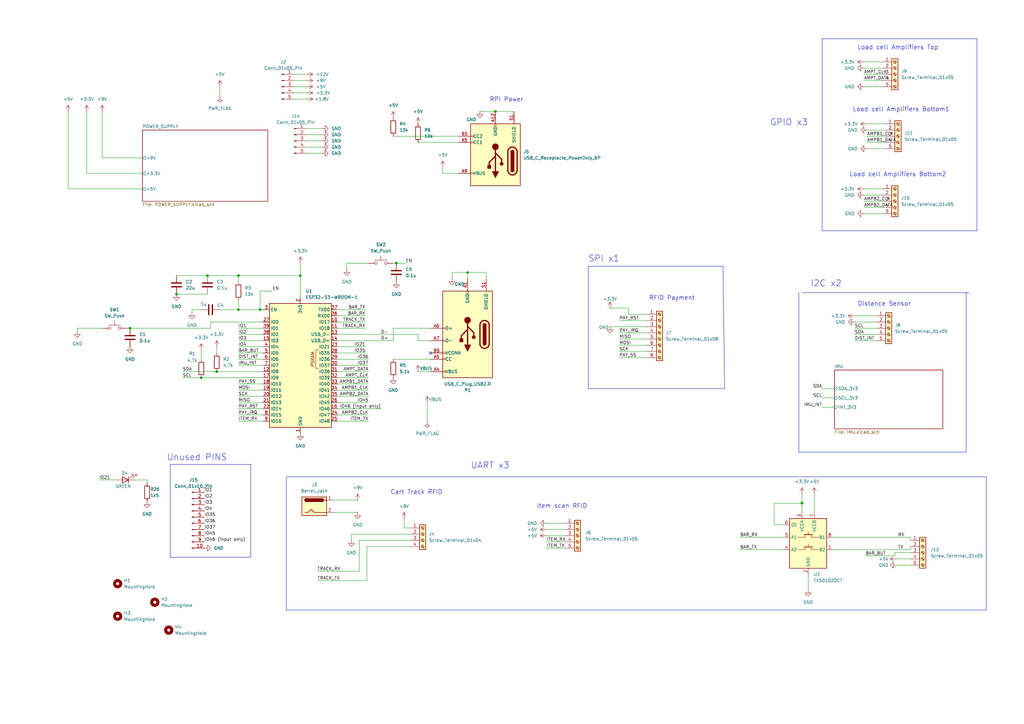
<source format=kicad_sch>
(kicad_sch (version 20250114) (generator "eeschema") (generator_version "9.0")
  (paper "A3")
  (text "Item scan RFID" (at 230.505 207.645 0) (effects (font (size 1.778 1.778))))
  (text "Unused PINS" (at 80.772 187.706 0) (effects (font (size 2.54 2.54))))
  (text "Load cell Amplifiers Bottom2" (at 368.3 71.628 0) (effects (font (size 1.778 1.778))))
  (text "RFID Payment" (at 275.59 122.301 0) (effects (font (size 1.778 1.778))))
  (text "Cart Track RFID" (at 170.815 201.93 0) (effects (font (size 1.778 1.778))))
  (text "Distance Sensor" (at 362.712 124.714 0) (effects (font (size 1.778 1.778))))
  (text "SPI x1" (at 247.65 106.172 0) (effects (font (size 2.54 2.54))))
  (text "Load cell Amplifiers Bottom1" (at 369.57 44.958 0) (effects (font (size 1.778 1.778))))
  (text "UART x3" (at 201.041 191.008 0) (effects (font (size 2.54 2.54))))
  (text "I tried using default esp32 communication pins for everything, but apparently all the pins can be proogrammed to be whatever? Might have to double check but fairly confident should work. \nTODO: \n1. implement RFID customer tracking\n2. find a footprint for everything" (at 210.566 -22.352 0) (effects (font (size 5.08 5.08))))
  (text "Load cell Amplifiers Top" (at 368.3 19.558 0) (effects (font (size 1.778 1.778))))
  (text "GPIO x3" (at 323.596 50.292 0) (effects (font (size 2.54 2.54))))
  (text "RPI Power" (at 207.772 40.894 0) (effects (font (size 1.778 1.778))))
  (text "I2C x2" (at 338.836 116.332 0) (effects (font (size 2.54 2.54))))
  (junction (at 72.39 120.65))
  (junction (at 123.19 113.03))
  (junction (at 203.2 45.72))
  (junction (at 97.79 127))
  (junction (at 82.55 154.94))
  (junction (at 106.68 127))
  (junction (at 191.77 111.76))
  (junction (at 328.93 206.375))
  (junction (at 97.79 113.03))
  (junction (at 88.9 152.4))
  (junction (at 53.34 134.62))
  (junction (at 162.56 107.95))
  (junction (at 85.09 113.03))
  (no_connect (at 176.53 144.78))
  (wire (pts (xy 106.68 119.38) (xy 111.76 119.38)))
  (polyline (pts (xy 102.87 190.5) (xy 69.85 190.5)))
  (wire (pts (xy 303.53 225.425) (xy 321.31 225.425)))
  (polyline (pts (xy 102.87 228.6) (xy 102.87 190.5)))
  (wire (pts (xy 254 136.525) (xy 265.43 136.525)))
  (wire (pts (xy 97.79 137.16) (xy 107.95 137.16)))
  (wire (pts (xy 254 146.685) (xy 265.43 146.685)))
  (wire (pts (xy 354.33 35.56) (xy 361.95 35.56)))
  (wire (pts (xy 58.42 77.47) (xy 27.94 77.47)))
  (wire (pts (xy 161.29 134.62) (xy 161.29 139.7)))
  (wire (pts (xy 161.29 107.95) (xy 162.56 107.95)))
  (wire (pts (xy 86.36 132.08) (xy 107.95 132.08)))
  (wire (pts (xy 367.665 231.775) (xy 373.38 231.775)))
  (polyline (pts (xy 297.18 158.75) (xy 296.545 109.22)))
  (wire (pts (xy 97.79 149.86) (xy 107.95 149.86)))
  (wire (pts (xy 35.56 45.72) (xy 35.56 71.12)))
  (wire (pts (xy 317.5 215.265) (xy 317.5 206.375)))
  (wire (pts (xy 151.13 107.95) (xy 142.24 107.95)))
  (wire (pts (xy 334.01 202.565) (xy 334.01 210.185)))
  (wire (pts (xy 136.525 205.105) (xy 146.685 205.105)))
  (polyline (pts (xy 337.185 94.615) (xy 400.685 94.615)))
  (wire (pts (xy 354.33 82.55) (xy 361.95 82.55)))
  (wire (pts (xy 165.735 212.725) (xy 165.735 216.535)))
  (wire (pts (xy 171.45 58.42) (xy 187.96 58.42)))
  (wire (pts (xy 97.79 144.78) (xy 107.95 144.78)))
  (wire (pts (xy 254 141.605) (xy 265.43 141.605)))
  (wire (pts (xy 138.43 167.64) (xy 156.21 167.64)))
  (wire (pts (xy 120.65 30.48) (xy 125.73 30.48)))
  (wire (pts (xy 97.79 113.03) (xy 97.79 115.57)))
  (wire (pts (xy 367.665 229.235) (xy 373.38 229.235)))
  (wire (pts (xy 27.94 77.47) (xy 27.94 45.72)))
  (wire (pts (xy 354.33 77.47) (xy 361.95 77.47)))
  (wire (pts (xy 257.81 126.365) (xy 250.19 126.365)))
  (wire (pts (xy 123.19 107.95) (xy 123.19 113.03)))
  (wire (pts (xy 82.55 127) (xy 78.74 127)))
  (wire (pts (xy 150.495 224.155) (xy 150.495 238.125)))
  (wire (pts (xy 224.155 222.25) (xy 231.775 222.25)))
  (wire (pts (xy 142.24 107.95) (xy 142.24 110.49)))
  (wire (pts (xy 138.43 127) (xy 149.86 127)))
  (wire (pts (xy 181.61 68.58) (xy 181.61 71.12)))
  (wire (pts (xy 107.95 139.7) (xy 97.79 139.7)))
  (wire (pts (xy 82.55 143.51) (xy 82.55 147.32)))
  (wire (pts (xy 350.52 134.62) (xy 359.41 134.62)))
  (polyline (pts (xy 400.685 94.615) (xy 400.685 15.875)))
  (wire (pts (xy 138.43 154.94) (xy 151.13 154.94)))
  (wire (pts (xy 317.5 206.375) (xy 328.93 206.375)))
  (polyline (pts (xy 241.3 109.22) (xy 241.3 159.385)))
  (wire (pts (xy 171.45 139.7) (xy 176.53 139.7)))
  (wire (pts (xy 97.79 162.56) (xy 107.95 162.56)))
  (wire (pts (xy 138.43 144.78) (xy 149.86 144.78)))
  (wire (pts (xy 355.6 53.34) (xy 363.22 53.34)))
  (polyline (pts (xy 69.85 190.5) (xy 69.85 193.04)))
  (wire (pts (xy 130.175 234.315) (xy 147.32 234.315)))
  (wire (pts (xy 138.43 152.4) (xy 151.13 152.4)))
  (wire (pts (xy 250.19 133.985) (xy 265.43 133.985)))
  (wire (pts (xy 161.29 147.32) (xy 176.53 147.32)))
  (wire (pts (xy 185.42 114.3) (xy 185.42 111.76)))
  (wire (pts (xy 125.73 62.865) (xy 132.08 62.865)))
  (wire (pts (xy 350.52 137.16) (xy 359.41 137.16)))
  (wire (pts (xy 168.275 219.075) (xy 144.145 219.075)))
  (wire (pts (xy 328.93 206.375) (xy 328.93 210.185)))
  (wire (pts (xy 125.73 55.245) (xy 132.08 55.245)))
  (wire (pts (xy 41.91 45.72) (xy 41.91 64.77)))
  (wire (pts (xy 97.79 170.18) (xy 107.95 170.18)))
  (wire (pts (xy 254 139.065) (xy 265.43 139.065)))
  (wire (pts (xy 138.43 172.72) (xy 151.13 172.72)))
  (polyline (pts (xy 404.495 195.58) (xy 404.495 250.19)))
  (wire (pts (xy 97.79 134.62) (xy 107.95 134.62)))
  (polyline (pts (xy 149.225 195.58) (xy 404.495 195.58)))
  (wire (pts (xy 257.81 128.905) (xy 257.81 126.365)))
  (wire (pts (xy 350.52 139.7) (xy 359.41 139.7)))
  (wire (pts (xy 138.43 142.24) (xy 149.86 142.24)))
  (wire (pts (xy 373.38 225.425) (xy 373.38 224.155)))
  (wire (pts (xy 41.91 134.62) (xy 31.75 134.62)))
  (wire (pts (xy 90.17 35.56) (xy 90.17 39.37)))
  (polyline (pts (xy 117.475 195.58) (xy 149.225 195.58)))
  (wire (pts (xy 120.65 35.56) (xy 125.73 35.56)))
  (wire (pts (xy 138.43 147.32) (xy 151.13 147.32)))
  (wire (pts (xy 354.33 30.48) (xy 361.95 30.48)))
  (wire (pts (xy 138.43 149.86) (xy 151.13 149.86)))
  (wire (pts (xy 97.79 160.02) (xy 107.95 160.02)))
  (wire (pts (xy 187.96 71.12) (xy 181.61 71.12)))
  (wire (pts (xy 337.185 159.385) (xy 342.265 159.385)))
  (polyline (pts (xy 241.3 159.385) (xy 297.18 159.385)))
  (wire (pts (xy 254 144.145) (xy 265.43 144.145)))
  (wire (pts (xy 138.43 160.02) (xy 151.13 160.02)))
  (wire (pts (xy 354.33 87.63) (xy 361.95 87.63)))
  (wire (pts (xy 224.155 219.71) (xy 231.775 219.71)))
  (wire (pts (xy 257.81 128.905) (xy 265.43 128.905)))
  (wire (pts (xy 97.79 123.19) (xy 97.79 127)))
  (wire (pts (xy 138.43 134.62) (xy 149.86 134.62)))
  (wire (pts (xy 106.68 127) (xy 107.95 127)))
  (wire (pts (xy 85.09 113.03) (xy 97.79 113.03)))
  (wire (pts (xy 150.495 224.155) (xy 168.275 224.155)))
  (wire (pts (xy 60.325 196.85) (xy 60.325 198.12)))
  (wire (pts (xy 168.275 216.535) (xy 165.735 216.535)))
  (wire (pts (xy 367.03 226.695) (xy 367.03 227.965)))
  (wire (pts (xy 171.45 137.16) (xy 171.45 139.7)))
  (wire (pts (xy 120.65 38.1) (xy 125.73 38.1)))
  (wire (pts (xy 185.42 111.76) (xy 191.77 111.76)))
  (wire (pts (xy 31.75 134.62) (xy 31.75 135.89)))
  (wire (pts (xy 82.55 154.94) (xy 107.95 154.94)))
  (wire (pts (xy 355.6 55.88) (xy 363.22 55.88)))
  (wire (pts (xy 97.79 127) (xy 106.68 127)))
  (wire (pts (xy 120.65 33.02) (xy 125.73 33.02)))
  (wire (pts (xy 86.36 134.62) (xy 86.36 132.08)))
  (wire (pts (xy 55.245 196.85) (xy 60.325 196.85)))
  (wire (pts (xy 125.73 52.705) (xy 132.08 52.705)))
  (polyline (pts (xy 117.475 250.19) (xy 117.475 195.58)))
  (wire (pts (xy 354.33 85.09) (xy 361.95 85.09)))
  (wire (pts (xy 176.53 152.4) (xy 171.45 152.4)))
  (wire (pts (xy 191.77 111.76) (xy 199.39 111.76)))
  (wire (pts (xy 331.47 235.585) (xy 331.47 241.935)))
  (wire (pts (xy 97.79 172.72) (xy 107.95 172.72)))
  (polyline (pts (xy 396.24 185.42) (xy 396.24 120.015)))
  (polyline (pts (xy 69.85 228.6) (xy 102.87 228.6)))
  (wire (pts (xy 350.52 132.08) (xy 359.41 132.08)))
  (polyline (pts (xy 69.85 193.04) (xy 69.85 228.6)))
  (wire (pts (xy 354.33 25.4) (xy 361.95 25.4)))
  (wire (pts (xy 138.43 165.1) (xy 151.13 165.1)))
  (wire (pts (xy 40.64 196.85) (xy 47.625 196.85)))
  (wire (pts (xy 354.33 33.02) (xy 361.95 33.02)))
  (wire (pts (xy 58.42 64.77) (xy 41.91 64.77)))
  (wire (pts (xy 35.56 71.12) (xy 58.42 71.12)))
  (polyline (pts (xy 327.66 120.015) (xy 327.66 185.42)))
  (wire (pts (xy 321.31 215.265) (xy 317.5 215.265)))
  (wire (pts (xy 97.79 113.03) (xy 123.19 113.03)))
  (wire (pts (xy 136.525 210.185) (xy 146.685 210.185)))
  (wire (pts (xy 138.43 162.56) (xy 151.13 162.56)))
  (wire (pts (xy 97.79 147.32) (xy 107.95 147.32)))
  (wire (pts (xy 373.38 220.345) (xy 373.38 221.615)))
  (wire (pts (xy 328.93 202.565) (xy 328.93 206.375)))
  (wire (pts (xy 106.68 127) (xy 106.68 119.38)))
  (polyline (pts (xy 337.185 15.875) (xy 337.185 94.615)))
  (wire (pts (xy 254 131.445) (xy 265.43 131.445)))
  (wire (pts (xy 354.33 27.94) (xy 361.95 27.94)))
  (wire (pts (xy 125.73 60.325) (xy 132.08 60.325)))
  (wire (pts (xy 373.38 226.695) (xy 367.03 226.695)))
  (polyline (pts (xy 328.93 120.015) (xy 397.51 120.015)))
  (wire (pts (xy 203.2 45.72) (xy 210.82 45.72)))
  (wire (pts (xy 138.43 132.08) (xy 149.86 132.08)))
  (wire (pts (xy 72.39 120.65) (xy 85.09 120.65)))
  (wire (pts (xy 355.6 60.96) (xy 363.22 60.96)))
  (wire (pts (xy 162.56 107.95) (xy 166.37 107.95)))
  (wire (pts (xy 196.85 45.72) (xy 203.2 45.72)))
  (polyline (pts (xy 337.185 15.875) (xy 400.685 15.875)))
  (polyline (pts (xy 404.495 250.19) (xy 117.475 250.19)))
  (wire (pts (xy 138.43 139.7) (xy 161.29 139.7)))
  (wire (pts (xy 337.185 163.195) (xy 342.265 163.195)))
  (wire (pts (xy 341.63 225.425) (xy 373.38 225.425)))
  (wire (pts (xy 52.07 134.62) (xy 53.34 134.62)))
  (wire (pts (xy 354.965 227.965) (xy 367.03 227.965)))
  (wire (pts (xy 341.63 220.345) (xy 373.38 220.345)))
  (wire (pts (xy 191.77 111.76) (xy 191.77 114.3)))
  (wire (pts (xy 97.79 157.48) (xy 107.95 157.48)))
  (wire (pts (xy 74.93 152.4) (xy 88.9 152.4)))
  (wire (pts (xy 147.32 221.615) (xy 168.275 221.615)))
  (wire (pts (xy 125.73 57.785) (xy 132.08 57.785)))
  (wire (pts (xy 199.39 111.76) (xy 199.39 114.3)))
  (wire (pts (xy 224.155 224.79) (xy 231.775 224.79)))
  (wire (pts (xy 355.6 58.42) (xy 363.22 58.42)))
  (wire (pts (xy 354.33 80.01) (xy 361.95 80.01)))
  (wire (pts (xy 350.52 129.54) (xy 359.41 129.54)))
  (wire (pts (xy 303.53 220.345) (xy 321.31 220.345)))
  (wire (pts (xy 224.155 217.17) (xy 231.775 217.17)))
  (wire (pts (xy 97.79 142.24) (xy 107.95 142.24)))
  (wire (pts (xy 123.19 113.03) (xy 123.19 121.92)))
  (wire (pts (xy 144.145 219.075) (xy 144.145 221.615)))
  (wire (pts (xy 97.79 167.64) (xy 107.95 167.64)))
  (wire (pts (xy 161.29 55.88) (xy 187.96 55.88)))
  (wire (pts (xy 72.39 113.03) (xy 85.09 113.03)))
  (wire (pts (xy 176.53 134.62) (xy 161.29 134.62)))
  (wire (pts (xy 138.43 129.54) (xy 149.86 129.54)))
  (wire (pts (xy 138.43 170.18) (xy 151.13 170.18)))
  (wire (pts (xy 138.43 137.16) (xy 171.45 137.16)))
  (wire (pts (xy 120.65 40.64) (xy 125.73 40.64)))
  (wire (pts (xy 224.155 214.63) (xy 231.775 214.63)))
  (wire (pts (xy 138.43 157.48) (xy 151.13 157.48)))
  (wire (pts (xy 78.74 127) (xy 78.74 128.27)))
  (wire (pts (xy 147.32 234.315) (xy 147.32 221.615)))
  (wire (pts (xy 97.79 165.1) (xy 107.95 165.1)))
  (wire (pts (xy 337.185 167.005) (xy 342.265 167.005)))
  (polyline (pts (xy 297.18 159.385) (xy 297.18 158.75)))
  (polyline (pts (xy 327.66 185.42) (xy 396.24 185.42)))
  (wire (pts (xy 88.9 142.24) (xy 88.9 144.78)))
  (wire (pts (xy 355.6 50.8) (xy 363.22 50.8)))
  (polyline (pts (xy 241.3 109.22) (xy 296.545 109.22)))
  (wire (pts (xy 175.26 165.1) (xy 175.26 172.72)))
  (wire (pts (xy 90.17 127) (xy 97.79 127)))
  (wire (pts (xy 53.34 134.62) (xy 86.36 134.62)))
  (wire (pts (xy 74.93 154.94) (xy 82.55 154.94)))
  (wire (pts (xy 88.9 152.4) (xy 107.95 152.4)))
  (wire (pts (xy 130.175 238.125) (xy 150.495 238.125)))
  (label "AMPB2_CLK" (at 151.13 170.18 180))
  (label "EN" (at 166.37 107.95 0))
  (label "AMPB1_CLK" (at 151.13 160.02 180))
  (label "IO21" (at 149.86 142.24 180))
  (label "IO46 (input only)" (at 83.82 222.25 0))
  (label "AMPB2_CLK" (at 354.33 82.55 0))
  (label "AMPB2_DATA" (at 151.13 162.56 180))
  (label "IO36" (at 83.82 214.63 0))
  (label "AMPB1_DATA" (at 355.6 58.42 0))
  (label "IO35" (at 83.82 212.09 0))
  (label "IO2" (at 83.82 204.47 0))
  (label "IO36" (at 151.13 147.32 180))
  (label "BAR_RX" (at 149.86 129.54 180))
  (label "IO4" (at 83.82 209.55 0))
  (label "SDA" (at 74.93 152.4 0))
  (label "AMPT_CLK" (at 354.33 30.48 0))
  (label "IO37" (at 83.82 217.17 0))
  (label "TRACK_RX" (at 149.86 134.62 180))
  (label "ITEM_TX" (at 151.13 172.72 180))
  (label "AMPB1_DATA" (at 151.13 157.48 180))
  (label "SCK" (at 254 144.145 0))
  (label "SDA" (at 350.52 137.16 0))
  (label "EN" (at 111.76 119.38 0))
  (label "PAY_IRQ" (at 254 136.525 0))
  (label "IO35" (at 149.86 144.78 180))
  (label "IO1" (at 97.79 134.62 0))
  (label "IO45" (at 83.82 219.71 0))
  (label "IO3" (at 97.79 139.7 0))
  (label "TX" (at 368.2008 225.425 0))
  (label "D+" (at 156.21 139.7 0))
  (label "SCL" (at 350.52 134.62 0))
  (label "BAR_BUT" (at 354.965 227.965 0))
  (label "BAR_BUT" (at 97.79 144.78 0))
  (label "MOSI" (at 97.79 160.02 0))
  (label "IO1" (at 83.82 201.93 0))
  (label "BAR_RX" (at 303.53 220.345 0))
  (label "BAR_TX" (at 149.86 127 180))
  (label "BAR_TX" (at 303.53 225.425 0))
  (label "DIST_INT" (at 350.52 139.7 0))
  (label "TRACK_RX" (at 130.175 234.315 0))
  (label "AMPB1_CLK" (at 355.6 55.88 0))
  (label "ITEM_TX" (at 224.155 224.79 0))
  (label "SCL" (at 74.93 154.94 0))
  (label "AMPT_DATA" (at 354.33 33.02 0))
  (label "IO21" (at 40.64 196.85 0))
  (label "IO37" (at 151.13 149.86 180))
  (label "AMPT_DATA" (at 151.13 152.4 180))
  (label "PAY_RST" (at 97.79 167.64 0))
  (label "PAY_SS" (at 97.79 157.48 0))
  (label "MOSI" (at 254 141.605 0))
  (label "TRACK_TX" (at 130.175 238.125 0))
  (label "TRACK_TX" (at 149.86 132.08 180))
  (label "ITEM_RX" (at 97.79 172.72 0))
  (label "IO45" (at 151.13 165.1 180))
  (label "SDA" (at 337.185 159.385 180))
  (label "RX" (at 368.3 220.345 0))
  (label "D-" (at 156.21 137.16 0))
  (label "DIST_INT" (at 97.79 147.32 0))
  (label "MISO" (at 254 139.065 0))
  (label "IO3" (at 83.82 207.01 0))
  (label "SCL" (at 337.185 163.195 180))
  (label "IMU_INT" (at 337.185 167.005 180))
  (label "IO2" (at 97.79 137.16 0))
  (label "PAY_RST" (at 254 131.445 0))
  (label "PAY_SS" (at 254 146.685 0))
  (label "MISO" (at 97.79 165.1 0))
  (label "AMPB2_DATA" (at 354.33 85.09 0))
  (label "IO46 (input only)" (at 156.21 167.64 180))
  (label "IO4" (at 97.79 142.24 0))
  (label "ITEM_RX" (at 224.155 222.25 0))
  (label "AMPT_CLK" (at 151.13 154.94 180))
  (label "SCK" (at 97.79 162.56 0))
  (label "IMU_INT" (at 97.79 149.86 0))
  (label "PAY_IRQ" (at 97.79 170.18 0))
  (symbol (lib_id "power:+12V") (at 125.73 30.48 270) (unit 1)
    (property "Reference" "#PWR013" (effects (hide yes)))
    (property "Value" "+12V" (at 129.54 30.4799 90) (effects (justify left)))
    (property "Description" "Power symbol creates a global label with name \"+12V\"" (effects (hide yes)))
  )
  (symbol (lib_id "Connector:Barrel_Jack") (at 128.905 207.645 0) (unit 1)
    (property "Reference" "J3" (at 128.905 198.755 0))
    (property "Value" "Barrel_Jack" (at 128.905 201.295 0))
    (property "Footprint" "Connector_BarrelJack:BarrelJack_CUI_PJ-063AH_Horizontal" (effects (hide yes)))
    (property "Description" "DC Barrel Jack" (effects (hide yes)))
  )
  (symbol (lib_id "Device:R") (at 161.29 151.13 0) (unit 1)
    (property "Reference" "R5" (at 163.83 149.8599 0) (effects (justify left)))
    (property "Value" "5.1k" (at 163.83 152.3999 0) (effects (justify left)))
    (property "Footprint" "Resistor_SMD:R_0603_1608Metric" (effects (hide yes)))
    (property "Description" "Resistor" (effects (hide yes)))
  )
  (symbol (lib_id "power:GND") (at 224.155 214.63 270) (unit 1)
    (property "Reference" "#PWR032" (effects (hide yes)))
    (property "Value" "GND" (at 220.345 214.6299 90) (effects (justify right)))
    (property "Description" "Power symbol creates a global label with name \"GND\" , ground" (effects (hide yes)))
  )
  (symbol (lib_id "Mechanical:MountingHole") (at 48.26 239.395 0) (unit 1) (in_bom no)
    (property "Reference" "H1" (at 50.8 238.1249 0) (effects (justify left)))
    (property "Value" "MountingHole" (at 50.8 240.6649 0) (effects (justify left)))
    (property "Footprint" "MountingHole:MountingHole_3.2mm_M3" (effects (hide yes)))
    (property "Description" "Mounting Hole without connection" (effects (hide yes)))
  )
  (symbol (lib_id "power:GND") (at 123.19 177.8 0) (unit 1)
    (property "Reference" "#PWR012" (effects (hide yes)))
    (property "Value" "GND" (at 123.19 182.88 0))
    (property "Description" "Power symbol creates a global label with name \"GND\" , ground" (effects (hide yes)))
  )
  (symbol (lib_id "Connector:USB_C_Plug_USB2.0") (at 191.77 137.16 180) (unit 1)
    (property "Reference" "P1" (at 191.77 160.02 0))
    (property "Value" "USB_C_Plug_USB2.0" (at 191.77 157.48 0))
    (property "Footprint" "CarteDiem_parts:GCT_USB4120-03-C_REVA" (effects (hide yes)))
    (property "Datasheet" "https://www.usb.org/sites/default/files/documents/usb_type-c.zip" (effects (hide yes)))
    (property "Description" "USB 2.0-only Type-C Plug connector" (effects (hide yes)))
  )
  (symbol (lib_id "Switch:SW_Push") (at 156.21 107.95 0) (unit 1)
    (property "Reference" "SW2" (at 156.21 100.33 0))
    (property "Value" "SW_Push" (at 156.21 102.87 0))
    (property "Footprint" "Button_Switch_SMD:SW_Push_1P1T_XKB_TS-1187A" (effects (hide yes)))
    (property "Description" "Push button switch, generic, two pins" (effects (hide yes)))
  )
  (symbol (lib_id "power:GND") (at 60.325 205.74 0) (unit 1)
    (property "Reference" "#PWR097" (effects (hide yes)))
    (property "Value" "GND" (at 60.325 210.82 0))
    (property "Description" "Power symbol creates a global label with name \"GND\" , ground" (effects (hide yes)))
  )
  (symbol (lib_id "Switch:SW_Push") (at 46.99 134.62 0) (unit 1)
    (property "Reference" "SW1" (at 46.99 127 0))
    (property "Value" "SW_Push" (at 46.99 129.54 0))
    (property "Footprint" "Button_Switch_SMD:SW_Push_1P1T_XKB_TS-1187A" (effects (hide yes)))
    (property "Description" "Push button switch, generic, two pins" (effects (hide yes)))
  )
  (symbol (lib_id "Device:C") (at 162.56 111.76 0) (unit 1)
    (property "Reference" "C5" (at 166.37 110.4899 0) (effects (justify left)))
    (property "Value" "0.1u" (at 166.37 113.0299 0) (effects (justify left)))
    (property "Footprint" "Capacitor_SMD:C_0603_1608Metric" (effects (hide yes)))
    (property "Description" "Unpolarized capacitor" (effects (hide yes)))
  )
  (symbol (lib_id "power:VBUS") (at 175.26 165.1 0) (unit 1)
    (property "Reference" "#PWR028" (effects (hide yes)))
    (property "Value" "VBUS" (at 178.562 163.83 0))
    (property "Description" "Power symbol creates a global label with name \"VBUS\"" (effects (hide yes)))
  )
  (symbol (lib_id "Connector:Screw_Terminal_01x05") (at 236.855 219.71 0) (unit 1)
    (property "Reference" "J6" (at 240.03 218.4399 0) (effects (justify left)))
    (property "Value" "Screw_Terminal_01x05" (at 240.03 220.9799 0) (effects (justify left)))
    (property "Footprint" "TerminalBlock:TerminalBlock_Xinya_XY308-2.54-5P_1x05_P2.54mm_Horizontal" (effects (hide yes)))
    (property "Description" "Generic screw terminal, single row, 01x05, script generated (kicad-library-utils/schlib/autogen/connector/)" (effects (hide yes)))
  )
  (symbol (lib_id "power:GND") (at 83.82 224.79 90) (unit 1)
    (property "Reference" "#PWR098" (effects (hide yes)))
    (property "Value" "GND" (at 87.63 224.7899 90) (effects (justify right)))
    (property "Description" "Power symbol creates a global label with name \"GND\" , ground" (effects (hide yes)))
  )
  (symbol (lib_id "power:+3.3V") (at 250.19 126.365 0) (unit 1)
    (property "Reference" "#PWR035" (effects (hide yes)))
    (property "Value" "+3.3V" (at 250.19 122.555 0))
    (property "Description" "Power symbol creates a global label with name \"+3.3V\"" (effects (hide yes)))
  )
  (symbol (lib_id "power:GND") (at 354.33 27.94 270) (unit 1)
    (property "Reference" "#PWR043" (effects (hide yes)))
    (property "Value" "GND" (at 350.52 27.9399 90) (effects (justify right)))
    (property "Description" "Power symbol creates a global label with name \"GND\" , ground" (effects (hide yes)))
  )
  (symbol (lib_id "power:+5V") (at 88.9 142.24 0) (unit 1)
    (property "Reference" "#PWR09" (effects (hide yes)))
    (property "Value" "+3.3V" (at 88.9 137.16 0))
    (property "Description" "Power symbol creates a global label with name \"+5V\"" (effects (hide yes)))
  )
  (symbol (lib_id "power:+5V") (at 82.55 143.51 0) (unit 1)
    (property "Reference" "#PWR08" (effects (hide yes)))
    (property "Value" "+3.3V" (at 82.55 138.43 0))
    (property "Description" "Power symbol creates a global label with name \"+5V\"" (effects (hide yes)))
  )
  (symbol (lib_name "+3.3V_1") (lib_id "power:+3.3V") (at 90.17 35.56 0) (unit 1)
    (property "Reference" "#PWR010" (effects (hide yes)))
    (property "Value" "+5V" (at 90.17 30.48 0))
    (property "Description" "Power symbol creates a global label with name \"+3.3V\"" (effects (hide yes)))
  )
  (symbol (lib_id "power:GND") (at 331.47 241.935 0) (unit 1)
    (property "Reference" "#PWR038" (effects (hide yes)))
    (property "Value" "GND" (at 331.47 247.015 0))
    (property "Description" "Power symbol creates a global label with name \"GND\" , ground" (effects (hide yes)))
  )
  (symbol (lib_id "Device:C") (at 86.36 127 90) (unit 1)
    (property "Reference" "C4" (at 90.424 125.222 90))
    (property "Value" "1u" (at 83.566 124.714 90))
    (property "Footprint" "Capacitor_SMD:C_0603_1608Metric" (effects (hide yes)))
    (property "Description" "Unpolarized capacitor" (effects (hide yes)))
  )
  (symbol (lib_id "power:GND") (at 132.08 52.705 90) (unit 1)
    (property "Reference" "#PWR076" (effects (hide yes)))
    (property "Value" "GND" (at 135.89 52.7049 90) (effects (justify right)))
    (property "Description" "Power symbol creates a global label with name \"GND\" , ground" (effects (hide yes)))
  )
  (symbol (lib_id "power:GND") (at 161.29 154.94 0) (unit 1)
    (property "Reference" "#PWR023" (effects (hide yes)))
    (property "Value" "GND" (at 161.29 160.02 0))
    (property "Description" "Power symbol creates a global label with name \"GND\" , ground" (effects (hide yes)))
  )
  (symbol (lib_id "Connector:Screw_Terminal_01x08") (at 270.51 136.525 0) (unit 1)
    (property "Reference" "J7" (at 273.05 136.5249 0) (effects (justify left)))
    (property "Value" "Screw_Terminal_01x08" (at 273.05 139.0649 0) (effects (justify left)))
    (property "Footprint" "TerminalBlock:TerminalBlock_Xinya_XY308-2.54-8P_1x08_P2.54mm_Horizontal" (effects (hide yes)))
    (property "Description" "Generic screw terminal, single row, 01x08, script generated (kicad-library-utils/schlib/autogen/connector/)" (effects (hide yes)))
  )
  (symbol (lib_id "power:GND") (at 162.56 115.57 0) (unit 1)
    (property "Reference" "#PWR024" (effects (hide yes)))
    (property "Value" "GND" (at 162.56 120.65 0))
    (property "Description" "Power symbol creates a global label with name \"GND\" , ground" (effects (hide yes)))
  )
  (symbol (lib_id "power:GND") (at 350.52 132.08 270) (unit 1)
    (property "Reference" "#PWR041" (effects (hide yes)))
    (property "Value" "GND" (at 346.71 132.0799 90) (effects (justify right)))
    (property "Description" "Power symbol creates a global label with name \"GND\" , ground" (effects (hide yes)))
  )
  (symbol (lib_id "power:+5V") (at 328.93 202.565 0) (unit 1)
    (property "Reference" "#PWR037" (effects (hide yes)))
    (property "Value" "+3.3V" (at 328.93 197.485 0))
    (property "Description" "Power symbol creates a global label with name \"+5V\"" (effects (hide yes)))
  )
  (symbol (lib_id "Device:R") (at 60.325 201.93 0) (unit 1)
    (property "Reference" "R26" (at 61.595 200.66 0) (effects (justify left)))
    (property "Value" "1k5" (at 61.595 203.2 0) (effects (justify left)))
    (property "Footprint" "Resistor_SMD:R_0603_1608Metric" (effects (hide yes)))
  )
  (symbol (lib_id "power:GND") (at 196.85 45.72 0) (unit 1)
    (property "Reference" "#PWR031" (effects (hide yes)))
    (property "Value" "GND" (at 193.294 49.022 0))
    (property "Description" "Power symbol creates a global label with name \"GND\" , ground" (effects (hide yes)))
  )
  (symbol (lib_name "GND_4") (lib_id "power:GND") (at 185.42 114.3 0) (unit 1)
    (property "Reference" "#PWR030" (effects (hide yes)))
    (property "Value" "GND" (at 188.468 116.586 0))
    (property "Description" "Power symbol creates a global label with name \"GND\" , ground" (effects (hide yes)))
  )
  (symbol (lib_id "power:+5V") (at 123.19 107.95 0) (unit 1)
    (property "Reference" "#PWR011" (effects (hide yes)))
    (property "Value" "+3.3V" (at 123.19 102.87 0))
    (property "Description" "Power symbol creates a global label with name \"+5V\"" (effects (hide yes)))
  )
  (symbol (lib_id "power:GND") (at 132.08 60.325 90) (unit 1)
    (property "Reference" "#PWR079" (effects (hide yes)))
    (property "Value" "GND" (at 135.89 60.3249 90) (effects (justify right)))
    (property "Description" "Power symbol creates a global label with name \"GND\" , ground" (effects (hide yes)))
  )
  (symbol (lib_id "Device:R") (at 97.79 119.38 0) (unit 1)
    (property "Reference" "R3" (at 100.33 118.1099 0) (effects (justify left)))
    (property "Value" "10k" (at 100.33 120.6499 0) (effects (justify left)))
    (property "Footprint" "Resistor_SMD:R_0603_1608Metric" (effects (hide yes)))
    (property "Description" "Resistor" (effects (hide yes)))
  )
  (symbol (lib_id "power:GND") (at 354.33 80.01 270) (unit 1)
    (property "Reference" "#PWR046" (effects (hide yes)))
    (property "Value" "GND" (at 350.52 80.0099 90) (effects (justify right)))
    (property "Description" "Power symbol creates a global label with name \"GND\" , ground" (effects (hide yes)))
  )
  (symbol (lib_id "power:+5V") (at 41.91 45.72 0) (unit 1)
    (property "Reference" "#PWR04" (effects (hide yes)))
    (property "Value" "+9V" (at 41.91 40.64 0))
    (property "Description" "Power symbol creates a global label with name \"+5V\"" (effects (hide yes)))
  )
  (symbol (lib_id "Connector:Conn_01x05_Pin") (at 115.57 35.56 0) (unit 1)
    (property "Reference" "J2" (at 116.205 25.4 0))
    (property "Value" "Conn_01x05_Pin" (at 116.205 27.94 0))
    (property "Footprint" "Connector_PinHeader_2.54mm:PinHeader_1x05_P2.54mm_Vertical" (effects (hide yes)))
    (property "Description" "Generic connector, single row, 01x05, script generated" (effects (hide yes)))
  )
  (symbol (lib_name "+3.3V_1") (lib_id "power:+3.3V") (at 161.29 48.26 0) (unit 1)
    (property "Reference" "#PWR022" (effects (hide yes)))
    (property "Value" "+5V" (at 161.29 43.18 0))
    (property "Description" "Power symbol creates a global label with name \"+3.3V\"" (effects (hide yes)))
  )
  (symbol (lib_id "power:+5V") (at 125.73 33.02 270) (unit 1)
    (property "Reference" "#PWR014" (effects (hide yes)))
    (property "Value" "+9V" (at 129.54 33.0199 90) (effects (justify left)))
    (property "Description" "Power symbol creates a global label with name \"+5V\"" (effects (hide yes)))
  )
  (symbol (lib_name "+3.3V_1") (lib_id "power:+3.3V") (at 171.45 50.8 0) (unit 1)
    (property "Reference" "#PWR026" (effects (hide yes)))
    (property "Value" "+5V" (at 171.45 45.72 0))
    (property "Description" "Power symbol creates a global label with name \"+3.3V\"" (effects (hide yes)))
  )
  (symbol (lib_id "power:GND") (at 72.39 120.65 0) (unit 1)
    (property "Reference" "#PWR06" (effects (hide yes)))
    (property "Value" "GND" (at 72.39 125.73 0))
    (property "Description" "Power symbol creates a global label with name \"GND\" , ground" (effects (hide yes)))
  )
  (symbol (lib_id "power:VBUS") (at 171.45 152.4 0) (unit 1)
    (property "Reference" "#PWR027" (effects (hide yes)))
    (property "Value" "VBUS" (at 174.752 151.13 0))
    (property "Description" "Power symbol creates a global label with name \"VBUS\"" (effects (hide yes)))
  )
  (symbol (lib_id "Device:R") (at 171.45 54.61 0) (unit 1)
    (property "Reference" "R6" (at 173.99 53.3399 0) (effects (justify left)))
    (property "Value" "10k" (at 173.99 55.8799 0) (effects (justify left)))
    (property "Footprint" "Resistor_SMD:R_0603_1608Metric" (effects (hide yes)))
    (property "Description" "Resistor" (effects (hide yes)))
  )
  (symbol (lib_name "+3.3V_1") (lib_id "power:+3.3V") (at 181.61 68.58 0) (unit 1)
    (property "Reference" "#PWR029" (effects (hide yes)))
    (property "Value" "+5V" (at 181.61 63.5 0))
    (property "Description" "Power symbol creates a global label with name \"+3.3V\"" (effects (hide yes)))
  )
  (symbol (lib_id "power:GND") (at 132.08 57.785 90) (unit 1)
    (property "Reference" "#PWR078" (effects (hide yes)))
    (property "Value" "GND" (at 135.89 57.7849 90) (effects (justify right)))
    (property "Description" "Power symbol creates a global label with name \"GND\" , ground" (effects (hide yes)))
  )
  (symbol (lib_id "Mechanical:MountingHole") (at 63.5 247.015 0) (unit 1) (in_bom no)
    (property "Reference" "H2" (at 66.04 245.7449 0) (effects (justify left)))
    (property "Value" "MountingHole" (at 66.04 248.2849 0) (effects (justify left)))
    (property "Footprint" "MountingHole:MountingHole_3.2mm_M3" (effects (hide yes)))
    (property "Description" "Mounting Hole without connection" (effects (hide yes)))
  )
  (symbol (lib_id "Connector:Screw_Terminal_01x04") (at 173.355 219.075 0) (unit 1)
    (property "Reference" "J4" (at 175.895 219.0749 0) (effects (justify left)))
    (property "Value" "Screw_Terminal_01x04" (at 175.895 221.6149 0) (effects (justify left)))
    (property "Footprint" "TerminalBlock:TerminalBlock_Xinya_XY308-2.54-4P_1x04_P2.54mm_Horizontal" (effects (hide yes)))
    (property "Description" "Generic screw terminal, single row, 01x04, script generated (kicad-library-utils/schlib/autogen/connector/)" (effects (hide yes)))
  )
  (symbol (lib_id "power:+5V") (at 354.33 25.4 90) (unit 1)
    (property "Reference" "#PWR042" (effects (hide yes)))
    (property "Value" "+3.3V" (at 350.52 25.3999 90) (effects (justify left)))
    (property "Description" "Power symbol creates a global label with name \"+5V\"" (effects (hide yes)))
  )
  (symbol (lib_id "Device:R") (at 82.55 151.13 0) (unit 1)
    (property "Reference" "R1" (at 77.47 145.034 0) (effects (justify left)))
    (property "Value" "4.7k" (at 76.708 147.828 0) (effects (justify left)))
    (property "Footprint" "Resistor_SMD:R_0603_1608Metric" (effects (hide yes)))
    (property "Description" "Resistor" (effects (hide yes)))
  )
  (symbol (lib_id "power:+5V") (at 355.6 50.8 90) (unit 1)
    (property "Reference" "#PWR048" (effects (hide yes)))
    (property "Value" "+3.3V" (at 351.79 50.7999 90) (effects (justify left)))
    (property "Description" "Power symbol creates a global label with name \"+5V\"" (effects (hide yes)))
  )
  (symbol (lib_id "power:GND") (at 142.24 110.49 0) (unit 1)
    (property "Reference" "#PWR018" (effects (hide yes)))
    (property "Value" "GND" (at 142.24 115.57 0))
    (property "Description" "Power symbol creates a global label with name \"GND\" , ground" (effects (hide yes)))
  )
  (symbol (lib_id "power:+5V") (at 27.94 45.72 0) (unit 1)
    (property "Reference" "#PWR01" (effects (hide yes)))
    (property "Value" "+5V" (at 27.94 40.64 0))
    (property "Description" "Power symbol creates a global label with name \"+5V\"" (effects (hide yes)))
  )
  (symbol (lib_id "Device:C") (at 53.34 138.43 0) (unit 1)
    (property "Reference" "C1" (at 57.15 137.1599 0) (effects (justify left)))
    (property "Value" "0.1u" (at 57.15 139.6999 0) (effects (justify left)))
    (property "Footprint" "Capacitor_SMD:C_0603_1608Metric" (effects (hide yes)))
    (property "Description" "Unpolarized capacitor" (effects (hide yes)))
  )
  (symbol (lib_id "power:GND") (at 367.665 231.775 270) (unit 1)
    (property "Reference" "#PWR0103" (effects (hide yes)))
    (property "Value" "GND" (at 364.49 231.7749 90) (effects (justify right)))
    (property "Description" "Power symbol creates a global label with name \"GND\" , ground" (effects (hide yes)))
  )
  (symbol (lib_id "Connector:Screw_Terminal_01x05") (at 378.46 226.695 0) (unit 1)
    (property "Reference" "J12" (at 381.635 225.4249 0) (effects (justify left)))
    (property "Value" "Screw_Terminal_01x05" (at 381.635 227.9649 0) (effects (justify left)))
    (property "Footprint" "TerminalBlock:TerminalBlock_Xinya_XY308-2.54-5P_1x05_P2.54mm_Horizontal" (effects (hide yes)))
    (property "Description" "Generic screw terminal, single row, 01x05, script generated (kicad-library-utils/schlib/autogen/connector/)" (effects (hide yes)))
  )
  (symbol (lib_id "power:+5V") (at 146.685 205.105 0) (unit 1)
    (property "Reference" "#PWR020" (effects (hide yes)))
    (property "Value" "+9V" (at 146.685 200.025 0))
    (property "Description" "Power symbol creates a global label with name \"+5V\"" (effects (hide yes)))
  )
  (symbol (lib_id "power:+5V") (at 125.73 38.1 270) (unit 1)
    (property "Reference" "#PWR016" (effects (hide yes)))
    (property "Value" "+3.3V" (at 129.54 38.0999 90) (effects (justify left)))
    (property "Description" "Power symbol creates a global label with name \"+5V\"" (effects (hide yes)))
  )
  (symbol (lib_id "power:GND") (at 354.33 35.56 270) (unit 1)
    (property "Reference" "#PWR044" (effects (hide yes)))
    (property "Value" "GND" (at 350.52 35.5599 90) (effects (justify right)))
    (property "Description" "Power symbol creates a global label with name \"GND\" , ground" (effects (hide yes)))
  )
  (symbol (lib_id "power:GND") (at 53.34 142.24 0) (unit 1)
    (property "Reference" "#PWR05" (effects (hide yes)))
    (property "Value" "GND" (at 53.34 147.32 0))
    (property "Description" "Power symbol creates a global label with name \"GND\" , ground" (effects (hide yes)))
  )
  (symbol (lib_id "RF_Module:ESP32-S3-WROOM-1") (at 123.19 149.86 0) (unit 1)
    (property "Reference" "U1" (at 125.3333 119.38 0) (effects (justify left)))
    (property "Value" "ESP32-S3-WROOM-1" (at 125.3333 121.92 0) (effects (justify left)))
    (property "Footprint" "RF_Module:ESP32-S3-WROOM-1" (effects (hide yes)))
    (property "Datasheet" "https://www.espressif.com/sites/default/files/documentation/esp32-s3-wroom-1_wroom-1u_datasheet_en.pdf" (effects (hide yes)))
    (property "Description" "RF Module, ESP32-S3 SoC, Wi-Fi 802.11b/g/n, Bluetooth, BLE, 32-bit, 3.3V, onboard antenna, SMD" (effects (hide yes)))
  )
  (symbol (lib_id "Device:R") (at 88.9 148.59 0) (unit 1)
    (property "Reference" "R2" (at 91.44 147.3199 0) (effects (justify left)))
    (property "Value" "4.7k" (at 91.44 149.8599 0) (effects (justify left)))
    (property "Footprint" "Resistor_SMD:R_0603_1608Metric" (effects (hide yes)))
    (property "Description" "Resistor" (effects (hide yes)))
  )
  (symbol (lib_id "power:GND") (at 31.75 135.89 0) (unit 1)
    (property "Reference" "#PWR02" (effects (hide yes)))
    (property "Value" "GND" (at 31.75 140.97 0))
    (property "Description" "Power symbol creates a global label with name \"GND\" , ground" (effects (hide yes)))
  )
  (symbol (lib_id "power:+5V") (at 165.735 212.725 0) (unit 1)
    (property "Reference" "#PWR025" (effects (hide yes)))
    (property "Value" "+9V" (at 165.735 207.645 0))
    (property "Description" "Power symbol creates a global label with name \"+5V\"" (effects (hide yes)))
  )
  (symbol (lib_id "power:GND") (at 250.19 133.985 0) (unit 1)
    (property "Reference" "#PWR036" (effects (hide yes)))
    (property "Value" "GND" (at 245.618 134.239 0) (effects (justify left)))
    (property "Description" "Power symbol creates a global label with name \"GND\" , ground" (effects (hide yes)))
  )
  (symbol (lib_id "power:GND") (at 144.145 221.615 0) (unit 1)
    (property "Reference" "#PWR019" (effects (hide yes)))
    (property "Value" "GND" (at 144.145 226.695 0))
    (property "Description" "Power symbol creates a global label with name \"GND\" , ground" (effects (hide yes)))
  )
  (symbol (lib_id "power:PWR_FLAG") (at 175.26 172.72 180) (unit 1)
    (property "Reference" "#FLG02" (effects (hide yes)))
    (property "Value" "PWR_FLAG" (at 175.26 177.8 0))
    (property "Description" "Special symbol for telling ERC where power comes from" (effects (hide yes)))
  )
  (symbol (lib_id "power:GND") (at 78.74 128.27 0) (unit 1)
    (property "Reference" "#PWR07" (effects (hide yes)))
    (property "Value" "GND" (at 78.74 133.35 0))
    (property "Description" "Power symbol creates a global label with name \"GND\" , ground" (effects (hide yes)))
  )
  (symbol (lib_id "power:GND") (at 132.08 62.865 90) (unit 1)
    (property "Reference" "#PWR080" (effects (hide yes)))
    (property "Value" "GND" (at 135.89 62.8649 90) (effects (justify right)))
    (property "Description" "Power symbol creates a global label with name \"GND\" , ground" (effects (hide yes)))
  )
  (symbol (lib_id "power:GND") (at 355.6 53.34 270) (unit 1)
    (property "Reference" "#PWR049" (effects (hide yes)))
    (property "Value" "GND" (at 351.79 53.3399 90) (effects (justify right)))
    (property "Description" "Power symbol creates a global label with name \"GND\" , ground" (effects (hide yes)))
  )
  (symbol (lib_id "Mechanical:MountingHole") (at 69.215 258.445 0) (unit 1) (in_bom no)
    (property "Reference" "H4" (at 71.755 257.1749 0) (effects (justify left)))
    (property "Value" "MountingHole" (at 71.755 259.7149 0) (effects (justify left)))
    (property "Footprint" "MountingHole:MountingHole_3.2mm_M3" (effects (hide yes)))
    (property "Description" "Mounting Hole without connection" (effects (hide yes)))
  )
  (symbol (lib_id "power:+5V") (at 354.33 77.47 90) (unit 1)
    (property "Reference" "#PWR045" (effects (hide yes)))
    (property "Value" "+3.3V" (at 350.52 77.4699 90) (effects (justify left)))
    (property "Description" "Power symbol creates a global label with name \"+5V\"" (effects (hide yes)))
  )
  (symbol (lib_id "power:GND") (at 355.6 60.96 270) (unit 1)
    (property "Reference" "#PWR050" (effects (hide yes)))
    (property "Value" "GND" (at 351.79 60.9599 90) (effects (justify right)))
    (property "Description" "Power symbol creates a global label with name \"GND\" , ground" (effects (hide yes)))
  )
  (symbol (lib_id "Connector:Screw_Terminal_01x05") (at 367.03 30.48 0) (unit 1)
    (property "Reference" "J9" (at 369.57 29.2099 0) (effects (justify left)))
    (property "Value" "Screw_Terminal_01x05" (at 369.57 31.7499 0) (effects (justify left)))
    (property "Footprint" "TerminalBlock:TerminalBlock_Xinya_XY308-2.54-5P_1x05_P2.54mm_Horizontal" (effects (hide yes)))
    (property "Description" "Generic screw terminal, single row, 01x05, script generated (kicad-library-utils/schlib/autogen/connector/)" (effects (hide yes)))
  )
  (symbol (lib_id "power:GND") (at 354.33 87.63 270) (unit 1)
    (property "Reference" "#PWR047" (effects (hide yes)))
    (property "Value" "GND" (at 350.52 87.6299 90) (effects (justify right)))
    (property "Description" "Power symbol creates a global label with name \"GND\" , ground" (effects (hide yes)))
  )
  (symbol (lib_name "+3.3V_1") (lib_id "power:+3.3V") (at 125.73 35.56 270) (unit 1)
    (property "Reference" "#PWR015" (effects (hide yes)))
    (property "Value" "+5V" (at 129.54 35.5599 90) (effects (justify left)))
    (property "Description" "Power symbol creates a global label with name \"+3.3V\"" (effects (hide yes)))
  )
  (symbol (lib_id "Connector:Screw_Terminal_01x05") (at 364.49 134.62 0) (unit 1)
    (property "Reference" "J8" (at 367.03 133.3499 0) (effects (justify left)))
    (property "Value" "Screw_Terminal_01x05" (at 367.03 135.8899 0) (effects (justify left)))
    (property "Footprint" "TerminalBlock:TerminalBlock_Xinya_XY308-2.54-5P_1x05_P2.54mm_Horizontal" (effects (hide yes)))
    (property "Description" "Generic screw terminal, single row, 01x05, script generated (kicad-library-utils/schlib/autogen/connector/)" (effects (hide yes)))
  )
  (symbol (lib_id "power:+5V") (at 224.155 219.71 90) (unit 1)
    (property "Reference" "#PWR034" (effects (hide yes)))
    (property "Value" "+5V" (at 220.345 219.7099 90) (effects (justify left)))
    (property "Description" "Power symbol creates a global label with name \"+5V\"" (effects (hide yes)))
  )
  (symbol (lib_id "power:PWR_FLAG") (at 90.17 39.37 180) (unit 1)
    (property "Reference" "#FLG01" (effects (hide yes)))
    (property "Value" "PWR_FLAG" (at 90.17 44.45 0))
    (property "Description" "Special symbol for telling ERC where power comes from" (effects (hide yes)))
  )
  (symbol (lib_name "LED_1") (lib_id "Device:LED") (at 51.435 196.85 180) (unit 1)
    (property "Reference" "D4" (at 52.451 194.056 0) (effects (justify left)))
    (property "Value" "GREEN" (at 53.721 199.39 0) (effects (justify left)))
    (property "Footprint" "LED_SMD:LED_0603_1608Metric" (effects (hide yes)))
    (property "Description" "Light emitting diode" (effects (hide yes)))
    (property "Sim.Pins" "1=K 2=A" (effects (hide yes)))
  )
  (symbol (lib_id "Connector:Screw_Terminal_01x05") (at 367.03 82.55 0) (unit 1)
    (property "Reference" "J10" (at 369.57 81.2799 0) (effects (justify left)))
    (property "Value" "Screw_Terminal_01x05" (at 369.57 83.8199 0) (effects (justify left)))
    (property "Footprint" "TerminalBlock:TerminalBlock_Xinya_XY308-2.54-5P_1x05_P2.54mm_Horizontal" (effects (hide yes)))
    (property "Description" "Generic screw terminal, single row, 01x05, script generated (kicad-library-utils/schlib/autogen/connector/)" (effects (hide yes)))
  )
  (symbol (lib_id "Connector:USB_C_Receptacle_PowerOnly_6P") (at 203.2 63.5 180) (unit 1)
    (property "Reference" "J5" (at 214.63 62.2299 0) (effects (justify right)))
    (property "Value" "USB_C_Receptacle_PowerOnly_6P" (at 214.63 64.7699 0) (effects (justify right)))
    (property "Footprint" "Connector_USB:USB_C_Receptacle_GCT_USB4125-xx-x-0190_6P_TopMnt_Horizontal" (effects (hide yes)))
    (property "Datasheet" "https://www.usb.org/sites/default/files/documents/usb_type-c.zip" (effects (hide yes)))
    (property "Description" "USB Power-Only 6P Type-C Receptacle connector" (effects (hide yes)))
  )
  (symbol (lib_id "Logic_LevelTranslator:TXS0102DCT") (at 331.47 222.885 0) (unit 1)
    (property "Reference" "U2" (at 333.6133 235.585 0) (effects (justify left)))
    (property "Value" "TXS0102DCT" (at 333.6133 238.125 0) (effects (justify left)))
    (property "Footprint" "Package_SO:SSOP-8_2.95x2.8mm_P0.65mm" (effects (hide yes)))
    (property "Datasheet" "http://www.ti.com/lit/gpn/txs0102" (effects (hide yes)))
    (property "Description" "2-Bit Bidirectional Voltage-Level Shifter for Open-Drain and Push-Pull Application, SSOP-8" (effects (hide yes)))
  )
  (symbol (lib_id "Connector:Screw_Terminal_01x05") (at 368.3 55.88 0) (unit 1)
    (property "Reference" "J11" (at 370.84 54.6099 0) (effects (justify left)))
    (property "Value" "Screw_Terminal_01x05" (at 370.84 57.1499 0) (effects (justify left)))
    (property "Footprint" "TerminalBlock:TerminalBlock_Xinya_XY308-2.54-5P_1x05_P2.54mm_Horizontal" (effects (hide yes)))
    (property "Description" "Generic screw terminal, single row, 01x05, script generated (kicad-library-utils/schlib/autogen/connector/)" (effects (hide yes)))
  )
  (symbol (lib_id "power:+5V") (at 224.155 217.17 90) (unit 1)
    (property "Reference" "#PWR033" (effects (hide yes)))
    (property "Value" "+5V" (at 220.345 217.1699 90) (effects (justify left)))
    (property "Description" "Power symbol creates a global label with name \"+5V\"" (effects (hide yes)))
  )
  (symbol (lib_id "Device:C") (at 85.09 116.84 0) (unit 1)
    (property "Reference" "C3" (at 88.9 115.5699 0) (effects (justify left)))
    (property "Value" "0.1u" (at 88.9 118.1099 0) (effects (justify left)))
    (property "Footprint" "Capacitor_SMD:C_0603_1608Metric" (effects (hide yes)))
    (property "Description" "Unpolarized capacitor" (effects (hide yes)))
  )
  (symbol (lib_id "power:GND") (at 146.685 210.185 0) (unit 1)
    (property "Reference" "#PWR021" (effects (hide yes)))
    (property "Value" "GND" (at 146.685 215.265 0))
    (property "Description" "Power symbol creates a global label with name \"GND\" , ground" (effects (hide yes)))
  )
  (symbol (lib_id "power:+5V") (at 334.01 202.565 0) (unit 1)
    (property "Reference" "#PWR039" (effects (hide yes)))
    (property "Value" "+5V" (at 334.01 197.485 0))
    (property "Description" "Power symbol creates a global label with name \"+5V\"" (effects (hide yes)))
  )
  (symbol (lib_id "Connector:Conn_01x05_Pin") (at 120.65 57.785 0) (unit 1)
    (property "Reference" "J14" (at 121.285 47.625 0))
    (property "Value" "Conn_01x05_Pin" (at 121.285 50.165 0))
    (property "Footprint" "Connector_PinHeader_2.54mm:PinHeader_1x05_P2.54mm_Vertical" (effects (hide yes)))
    (property "Description" "Generic connector, single row, 01x05, script generated" (effects (hide yes)))
  )
  (symbol (lib_id "power:+5V") (at 350.52 129.54 90) (unit 1)
    (property "Reference" "#PWR040" (effects (hide yes)))
    (property "Value" "+3.3V" (at 346.71 129.5399 90) (effects (justify left)))
    (property "Description" "Power symbol creates a global label with name \"+5V\"" (effects (hide yes)))
  )
  (symbol (lib_id "Mechanical:MountingHole") (at 48.26 252.73 0) (unit 1) (in_bom no)
    (property "Reference" "H3" (at 50.8 251.4599 0) (effects (justify left)))
    (property "Value" "MountingHole" (at 50.8 253.9999 0) (effects (justify left)))
    (property "Footprint" "MountingHole:MountingHole_3.2mm_M3" (effects (hide yes)))
    (property "Description" "Mounting Hole without connection" (effects (hide yes)))
  )
  (symbol (lib_id "Connector:Conn_01x10_Pin") (at 78.74 212.09 0) (unit 1)
    (property "Reference" "J15" (at 79.375 196.85 0))
    (property "Value" "Conn_01x10_Pin" (at 79.375 199.39 0))
    (property "Footprint" "Connector_PinHeader_2.54mm:PinHeader_1x10_P2.54mm_Vertical" (effects (hide yes)))
    (property "Description" "Generic connector, single row, 01x10, script generated" (effects (hide yes)))
  )
  (symbol (lib_id "power:GND") (at 132.08 55.245 90) (unit 1)
    (property "Reference" "#PWR077" (effects (hide yes)))
    (property "Value" "GND" (at 135.89 55.2449 90) (effects (justify right)))
    (property "Description" "Power symbol creates a global label with name \"GND\" , ground" (effects (hide yes)))
  )
  (symbol (lib_id "Device:C") (at 72.39 116.84 0) (unit 1)
    (property "Reference" "C2" (at 76.2 115.5699 0) (effects (justify left)))
    (property "Value" "22u" (at 76.2 118.1099 0) (effects (justify left)))
    (property "Footprint" "Capacitor_SMD:C_1210_3225Metric" (effects (hide yes)))
    (property "Description" "Unpolarized capacitor" (effects (hide yes)))
  )
  (symbol (lib_id "power:+5V") (at 367.665 229.235 90) (unit 1)
    (property "Reference" "#PWR0102" (effects (hide yes)))
    (property "Value" "+5V" (at 364.49 229.2349 90) (effects (justify left)))
    (property "Description" "Power symbol creates a global label with name \"+5V\"" (effects (hide yes)))
  )
  (symbol (lib_id "Device:R") (at 161.29 52.07 0) (unit 1)
    (property "Reference" "R4" (at 163.83 50.7999 0) (effects (justify left)))
    (property "Value" "10k" (at 163.83 53.3399 0) (effects (justify left)))
    (property "Footprint" "Resistor_SMD:R_0603_1608Metric" (effects (hide yes)))
    (property "Description" "Resistor" (effects (hide yes)))
  )
  (symbol (lib_id "power:+5V") (at 35.56 45.72 0) (unit 1)
    (property "Reference" "#PWR03" (effects (hide yes)))
    (property "Value" "+3.3V" (at 35.56 40.64 0))
    (property "Description" "Power symbol creates a global label with name \"+5V\"" (effects (hide yes)))
  )
  (symbol (lib_id "power:+1V8") (at 125.73 40.64 270) (unit 1)
    (property "Reference" "#PWR017" (effects (hide yes)))
    (property "Value" "+1.8V" (at 129.032 40.64 90) (effects (justify left)))
    (property "Description" "Power symbol creates a global label with name \"+1V8\"" (effects (hide yes)))
  )
  (sheet (at 342.265 151.765) (size 44.45 24.13) (stroke (width 0.1524))
    (property "Sheetname" "IMU" (at 342.265 151.0534 0) (effects (justify left bottom)))
    (property "Sheetfile" "IMU.kicad_sch" (at 342.265 176.4796 0) (effects (justify left top)))
    (pin "SDA_3V3" input (at 342.265 159.385 180))
    (pin "SCL_3V3" input (at 342.265 163.195 180))
    (pin "INT_3V3" input (at 342.265 167.005 180))
  )
  (sheet (at 58.42 53.34) (size 51.435 29.21) (stroke (width 0.1524))
    (property "Sheetname" "POWER_SUPPLY" (at 58.42 52.6284 0) (effects (justify left bottom)))
    (property "Sheetfile" "POWER_SUPPLY.kicad_sch" (at 58.42 83.1346 0) (effects (justify left top)))
    (pin "+3.3V" output (at 58.42 71.12 180))
    (pin "+5V" output (at 58.42 77.47 180))
    (pin "+9V" output (at 58.42 64.77 180))
  )
)
</source>
